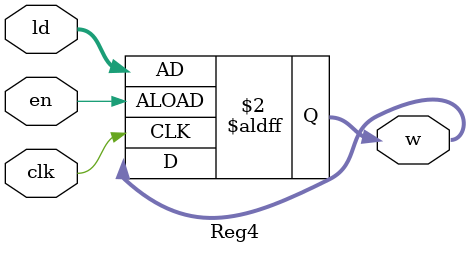
<source format=v>
module Reg4(input [3:0]ld,input clk,en,output reg [3:0]w);
  always @(posedge clk,posedge en) 
    if(en)
      w<=ld;
    /*if(rst)
      w<=0;
    else*/ 
endmodule
</source>
